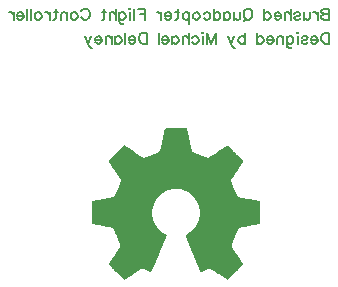
<source format=gbo>
G04 ---------------------------- Layer name :BOTTOM SILK LAYER*
G04 EasyEDA v5.5.12, Thu, 07 Jun 2018 12:22:22 GMT*
G04 1a2565b9f4c04a008b83b97b08c39867*
G04 Gerber Generator version 0.2*
G04 Scale: 100 percent, Rotated: No, Reflected: No *
G04 Dimensions in inches *
G04 leading zeros omitted , absolute positions ,2 integer and 4 decimal *
%FSLAX24Y24*%
%MOIN*%
G90*
G70D02*

%ADD42C,0.008000*%

%LPD*%

%LPD*%
G36*
G01X14868Y16734D02*
G01X14868Y16734D01*
G01X14868Y16734D01*
G01X14871Y16731D01*
G01X14874Y16724D01*
G01X14878Y16714D01*
G01X14883Y16700D01*
G01X14888Y16683D01*
G01X14893Y16663D01*
G01X14899Y16641D01*
G01X14905Y16616D01*
G01X14911Y16589D01*
G01X14918Y16560D01*
G01X14925Y16529D01*
G01X14932Y16496D01*
G01X14939Y16462D01*
G01X14946Y16426D01*
G01X14953Y16389D01*
G01X14961Y16352D01*
G01X14961Y16352D01*
G01X14968Y16314D01*
G01X14975Y16277D01*
G01X14982Y16242D01*
G01X14989Y16208D01*
G01X14995Y16175D01*
G01X15002Y16144D01*
G01X15008Y16115D01*
G01X15014Y16088D01*
G01X15020Y16063D01*
G01X15025Y16041D01*
G01X15029Y16021D01*
G01X15034Y16004D01*
G01X15037Y15991D01*
G01X15041Y15981D01*
G01X15043Y15974D01*
G01X15045Y15970D01*
G01X15045Y15970D01*
G01X15049Y15968D01*
G01X15058Y15963D01*
G01X15070Y15958D01*
G01X15086Y15950D01*
G01X15106Y15942D01*
G01X15128Y15932D01*
G01X15153Y15921D01*
G01X15181Y15910D01*
G01X15210Y15897D01*
G01X15241Y15884D01*
G01X15274Y15871D01*
G01X15308Y15857D01*
G01X15308Y15857D01*
G01X15341Y15843D01*
G01X15374Y15830D01*
G01X15405Y15818D01*
G01X15435Y15806D01*
G01X15463Y15796D01*
G01X15488Y15786D01*
G01X15511Y15777D01*
G01X15531Y15770D01*
G01X15548Y15764D01*
G01X15561Y15760D01*
G01X15570Y15757D01*
G01X15575Y15756D01*
G01X15575Y15756D01*
G01X15579Y15757D01*
G01X15585Y15761D01*
G01X15595Y15766D01*
G01X15607Y15773D01*
G01X15621Y15781D01*
G01X15637Y15791D01*
G01X15656Y15803D01*
G01X15677Y15816D01*
G01X15699Y15831D01*
G01X15723Y15847D01*
G01X15748Y15864D01*
G01X15775Y15882D01*
G01X15803Y15900D01*
G01X15832Y15920D01*
G01X15861Y15940D01*
G01X15892Y15961D01*
G01X15892Y15961D01*
G01X15922Y15982D01*
G01X15952Y16002D01*
G01X15981Y16022D01*
G01X16009Y16040D01*
G01X16036Y16058D01*
G01X16062Y16075D01*
G01X16087Y16091D01*
G01X16110Y16105D01*
G01X16131Y16119D01*
G01X16150Y16130D01*
G01X16168Y16141D01*
G01X16183Y16149D01*
G01X16196Y16156D01*
G01X16206Y16161D01*
G01X16214Y16164D01*
G01X16218Y16165D01*
G01X16218Y16165D01*
G01X16223Y16164D01*
G01X16229Y16160D01*
G01X16238Y16154D01*
G01X16250Y16146D01*
G01X16263Y16135D01*
G01X16278Y16123D01*
G01X16294Y16108D01*
G01X16313Y16092D01*
G01X16332Y16075D01*
G01X16353Y16056D01*
G01X16375Y16035D01*
G01X16398Y16013D01*
G01X16422Y15991D01*
G01X16446Y15967D01*
G01X16471Y15942D01*
G01X16497Y15917D01*
G01X16497Y15917D01*
G01X16522Y15891D01*
G01X16547Y15866D01*
G01X16570Y15842D01*
G01X16593Y15819D01*
G01X16615Y15796D01*
G01X16635Y15774D01*
G01X16654Y15754D01*
G01X16672Y15735D01*
G01X16688Y15717D01*
G01X16702Y15701D01*
G01X16715Y15687D01*
G01X16725Y15674D01*
G01X16734Y15664D01*
G01X16740Y15656D01*
G01X16744Y15650D01*
G01X16745Y15646D01*
G01X16745Y15646D01*
G01X16744Y15642D01*
G01X16741Y15636D01*
G01X16736Y15626D01*
G01X16729Y15614D01*
G01X16720Y15600D01*
G01X16710Y15583D01*
G01X16698Y15564D01*
G01X16685Y15543D01*
G01X16670Y15521D01*
G01X16655Y15497D01*
G01X16638Y15471D01*
G01X16620Y15444D01*
G01X16601Y15416D01*
G01X16581Y15387D01*
G01X16561Y15357D01*
G01X16540Y15327D01*
G01X16540Y15327D01*
G01X16520Y15297D01*
G01X16499Y15267D01*
G01X16480Y15238D01*
G01X16461Y15210D01*
G01X16443Y15183D01*
G01X16426Y15158D01*
G01X16411Y15134D01*
G01X16396Y15111D01*
G01X16383Y15090D01*
G01X16371Y15072D01*
G01X16361Y15055D01*
G01X16353Y15040D01*
G01X16346Y15028D01*
G01X16341Y15019D01*
G01X16338Y15012D01*
G01X16337Y15009D01*
G01X16337Y15009D01*
G01X16338Y15003D01*
G01X16341Y14994D01*
G01X16346Y14980D01*
G01X16353Y14962D01*
G01X16361Y14941D01*
G01X16371Y14916D01*
G01X16382Y14889D01*
G01X16394Y14860D01*
G01X16407Y14828D01*
G01X16421Y14795D01*
G01X16436Y14760D01*
G01X16451Y14724D01*
G01X16565Y14461D01*
G01X16893Y14397D01*
G01X16893Y14397D01*
G01X16927Y14391D01*
G01X16960Y14384D01*
G01X16993Y14378D01*
G01X17025Y14372D01*
G01X17055Y14366D01*
G01X17084Y14360D01*
G01X17112Y14355D01*
G01X17138Y14350D01*
G01X17163Y14345D01*
G01X17185Y14340D01*
G01X17205Y14336D01*
G01X17223Y14333D01*
G01X17238Y14330D01*
G01X17251Y14327D01*
G01X17260Y14325D01*
G01X17266Y14324D01*
G01X17266Y14324D01*
G01X17274Y14322D01*
G01X17280Y14320D01*
G01X17286Y14317D01*
G01X17291Y14313D01*
G01X17296Y14306D01*
G01X17299Y14297D01*
G01X17302Y14284D01*
G01X17304Y14268D01*
G01X17306Y14247D01*
G01X17307Y14222D01*
G01X17308Y14191D01*
G01X17309Y14155D01*
G01X17310Y14111D01*
G01X17310Y14061D01*
G01X17310Y14003D01*
G01X17310Y13937D01*
G01X17310Y13937D01*
G01X17310Y13876D01*
G01X17310Y13822D01*
G01X17309Y13774D01*
G01X17309Y13732D01*
G01X17308Y13696D01*
G01X17307Y13665D01*
G01X17306Y13639D01*
G01X17304Y13617D01*
G01X17302Y13599D01*
G01X17300Y13585D01*
G01X17297Y13574D01*
G01X17294Y13565D01*
G01X17290Y13558D01*
G01X17286Y13554D01*
G01X17281Y13551D01*
G01X17276Y13549D01*
G01X17276Y13549D01*
G01X17268Y13547D01*
G01X17256Y13544D01*
G01X17239Y13541D01*
G01X17219Y13537D01*
G01X17194Y13532D01*
G01X17166Y13527D01*
G01X17135Y13521D01*
G01X17101Y13515D01*
G01X17066Y13509D01*
G01X17028Y13502D01*
G01X16989Y13495D01*
G01X16949Y13488D01*
G01X16949Y13488D01*
G01X16910Y13481D01*
G01X16871Y13474D01*
G01X16833Y13467D01*
G01X16797Y13460D01*
G01X16763Y13454D01*
G01X16732Y13447D01*
G01X16703Y13442D01*
G01X16678Y13436D01*
G01X16656Y13431D01*
G01X16639Y13427D01*
G01X16626Y13424D01*
G01X16618Y13421D01*
G01X16618Y13421D01*
G01X16611Y13417D01*
G01X16603Y13409D01*
G01X16594Y13398D01*
G01X16584Y13383D01*
G01X16573Y13364D01*
G01X16561Y13342D01*
G01X16548Y13315D01*
G01X16534Y13285D01*
G01X16519Y13250D01*
G01X16502Y13211D01*
G01X16484Y13168D01*
G01X16465Y13120D01*
G01X16465Y13120D01*
G01X16450Y13081D01*
G01X16435Y13044D01*
G01X16422Y13007D01*
G01X16409Y12973D01*
G01X16398Y12941D01*
G01X16388Y12912D01*
G01X16379Y12885D01*
G01X16372Y12862D01*
G01X16366Y12843D01*
G01X16363Y12827D01*
G01X16361Y12817D01*
G01X16361Y12811D01*
G01X16361Y12811D01*
G01X16363Y12807D01*
G01X16367Y12800D01*
G01X16373Y12791D01*
G01X16380Y12780D01*
G01X16389Y12766D01*
G01X16399Y12751D01*
G01X16410Y12733D01*
G01X16423Y12714D01*
G01X16437Y12693D01*
G01X16452Y12671D01*
G01X16468Y12647D01*
G01X16485Y12622D01*
G01X16502Y12597D01*
G01X16520Y12570D01*
G01X16539Y12543D01*
G01X16558Y12515D01*
G01X16558Y12515D01*
G01X16583Y12478D01*
G01X16608Y12442D01*
G01X16631Y12408D01*
G01X16652Y12375D01*
G01X16672Y12345D01*
G01X16690Y12317D01*
G01X16706Y12292D01*
G01X16719Y12270D01*
G01X16730Y12252D01*
G01X16738Y12238D01*
G01X16743Y12228D01*
G01X16745Y12223D01*
G01X16745Y12223D01*
G01X16744Y12219D01*
G01X16740Y12213D01*
G01X16733Y12205D01*
G01X16724Y12194D01*
G01X16713Y12181D01*
G01X16700Y12167D01*
G01X16685Y12150D01*
G01X16669Y12132D01*
G01X16650Y12112D01*
G01X16630Y12091D01*
G01X16609Y12068D01*
G01X16586Y12045D01*
G01X16562Y12020D01*
G01X16537Y11995D01*
G01X16511Y11969D01*
G01X16485Y11943D01*
G01X16225Y11683D01*
G01X15936Y11880D01*
G01X15936Y11880D01*
G01X15907Y11900D01*
G01X15878Y11919D01*
G01X15850Y11938D01*
G01X15822Y11956D01*
G01X15796Y11973D01*
G01X15771Y11989D01*
G01X15748Y12004D01*
G01X15726Y12018D01*
G01X15706Y12031D01*
G01X15688Y12042D01*
G01X15671Y12052D01*
G01X15657Y12061D01*
G01X15645Y12067D01*
G01X15636Y12072D01*
G01X15630Y12075D01*
G01X15626Y12076D01*
G01X15626Y12076D01*
G01X15619Y12075D01*
G01X15607Y12071D01*
G01X15592Y12064D01*
G01X15573Y12056D01*
G01X15551Y12046D01*
G01X15527Y12034D01*
G01X15502Y12022D01*
G01X15476Y12008D01*
G01X15476Y12008D01*
G01X15442Y11990D01*
G01X15413Y11976D01*
G01X15389Y11966D01*
G01X15370Y11959D01*
G01X15355Y11956D01*
G01X15344Y11956D01*
G01X15335Y11958D01*
G01X15328Y11964D01*
G01X15328Y11964D01*
G01X15324Y11972D01*
G01X15317Y11983D01*
G01X15309Y11999D01*
G01X15300Y12018D01*
G01X15291Y12040D01*
G01X15280Y12064D01*
G01X15270Y12089D01*
G01X15259Y12115D01*
G01X15259Y12115D01*
G01X15255Y12125D01*
G01X15251Y12136D01*
G01X15245Y12150D01*
G01X15239Y12165D01*
G01X15232Y12181D01*
G01X15225Y12199D01*
G01X15217Y12219D01*
G01X15208Y12240D01*
G01X15199Y12262D01*
G01X15189Y12286D01*
G01X15179Y12310D01*
G01X15169Y12336D01*
G01X15158Y12362D01*
G01X15147Y12390D01*
G01X15135Y12418D01*
G01X15123Y12446D01*
G01X15111Y12476D01*
G01X15099Y12506D01*
G01X15086Y12536D01*
G01X15074Y12566D01*
G01X15061Y12597D01*
G01X15048Y12628D01*
G01X15035Y12659D01*
G01X15022Y12689D01*
G01X15022Y12689D01*
G01X15007Y12726D01*
G01X14992Y12762D01*
G01X14978Y12798D01*
G01X14964Y12832D01*
G01X14950Y12866D01*
G01X14937Y12898D01*
G01X14925Y12929D01*
G01X14913Y12959D01*
G01X14901Y12988D01*
G01X14891Y13014D01*
G01X14881Y13039D01*
G01X14872Y13063D01*
G01X14864Y13084D01*
G01X14857Y13103D01*
G01X14851Y13120D01*
G01X14846Y13134D01*
G01X14842Y13146D01*
G01X14839Y13156D01*
G01X14837Y13163D01*
G01X14837Y13167D01*
G01X14837Y13167D01*
G01X14843Y13182D01*
G01X14860Y13201D01*
G01X14886Y13223D01*
G01X14917Y13244D01*
G01X14917Y13244D01*
G01X14934Y13256D01*
G01X14955Y13271D01*
G01X14977Y13289D01*
G01X15000Y13308D01*
G01X15023Y13329D01*
G01X15046Y13351D01*
G01X15068Y13373D01*
G01X15088Y13394D01*
G01X15088Y13394D01*
G01X15108Y13416D01*
G01X15128Y13440D01*
G01X15147Y13465D01*
G01X15166Y13491D01*
G01X15184Y13517D01*
G01X15199Y13541D01*
G01X15213Y13564D01*
G01X15223Y13584D01*
G01X15223Y13584D01*
G01X15232Y13604D01*
G01X15241Y13627D01*
G01X15250Y13651D01*
G01X15259Y13677D01*
G01X15267Y13703D01*
G01X15275Y13728D01*
G01X15282Y13752D01*
G01X15287Y13774D01*
G01X15287Y13774D01*
G01X15291Y13798D01*
G01X15294Y13825D01*
G01X15297Y13854D01*
G01X15299Y13886D01*
G01X15299Y13918D01*
G01X15299Y13950D01*
G01X15298Y13982D01*
G01X15296Y14013D01*
G01X15296Y14013D01*
G01X15294Y14036D01*
G01X15291Y14059D01*
G01X15287Y14081D01*
G01X15283Y14103D01*
G01X15278Y14125D01*
G01X15272Y14146D01*
G01X15266Y14167D01*
G01X15259Y14188D01*
G01X15251Y14209D01*
G01X15243Y14230D01*
G01X15234Y14251D01*
G01X15224Y14272D01*
G01X15224Y14272D01*
G01X15215Y14289D01*
G01X15205Y14307D01*
G01X15194Y14326D01*
G01X15182Y14346D01*
G01X15168Y14366D01*
G01X15155Y14385D01*
G01X15141Y14405D01*
G01X15127Y14424D01*
G01X15113Y14442D01*
G01X15098Y14459D01*
G01X15085Y14475D01*
G01X15072Y14489D01*
G01X15072Y14489D01*
G01X15051Y14509D01*
G01X15028Y14530D01*
G01X15003Y14550D01*
G01X14978Y14570D01*
G01X14952Y14589D01*
G01X14927Y14606D01*
G01X14904Y14620D01*
G01X14883Y14632D01*
G01X14883Y14632D01*
G01X14862Y14642D01*
G01X14839Y14652D01*
G01X14814Y14662D01*
G01X14789Y14673D01*
G01X14763Y14682D01*
G01X14739Y14691D01*
G01X14716Y14698D01*
G01X14696Y14704D01*
G01X14696Y14704D01*
G01X14674Y14709D01*
G01X14649Y14713D01*
G01X14621Y14717D01*
G01X14590Y14719D01*
G01X14559Y14721D01*
G01X14526Y14722D01*
G01X14494Y14721D01*
G01X14462Y14720D01*
G01X14462Y14720D01*
G01X14441Y14718D01*
G01X14419Y14716D01*
G01X14397Y14713D01*
G01X14374Y14710D01*
G01X14351Y14706D01*
G01X14328Y14701D01*
G01X14306Y14696D01*
G01X14284Y14691D01*
G01X14263Y14686D01*
G01X14243Y14680D01*
G01X14224Y14674D01*
G01X14207Y14668D01*
G01X14207Y14668D01*
G01X14189Y14660D01*
G01X14170Y14651D01*
G01X14151Y14642D01*
G01X14132Y14631D01*
G01X14113Y14619D01*
G01X14093Y14607D01*
G01X14073Y14593D01*
G01X14054Y14579D01*
G01X14034Y14564D01*
G01X14015Y14548D01*
G01X13996Y14532D01*
G01X13977Y14515D01*
G01X13977Y14515D01*
G01X13959Y14498D01*
G01X13942Y14481D01*
G01X13925Y14463D01*
G01X13908Y14444D01*
G01X13892Y14425D01*
G01X13877Y14406D01*
G01X13862Y14387D01*
G01X13848Y14368D01*
G01X13835Y14349D01*
G01X13824Y14331D01*
G01X13813Y14314D01*
G01X13804Y14297D01*
G01X13804Y14297D01*
G01X13793Y14273D01*
G01X13781Y14246D01*
G01X13770Y14217D01*
G01X13759Y14187D01*
G01X13749Y14156D01*
G01X13739Y14126D01*
G01X13732Y14098D01*
G01X13726Y14073D01*
G01X13726Y14073D01*
G01X13721Y14047D01*
G01X13717Y14019D01*
G01X13714Y13990D01*
G01X13712Y13961D01*
G01X13711Y13931D01*
G01X13711Y13903D01*
G01X13712Y13877D01*
G01X13714Y13853D01*
G01X13714Y13853D01*
G01X13717Y13831D01*
G01X13721Y13806D01*
G01X13727Y13780D01*
G01X13733Y13753D01*
G01X13740Y13726D01*
G01X13747Y13701D01*
G01X13754Y13677D01*
G01X13762Y13656D01*
G01X13762Y13656D01*
G01X13770Y13635D01*
G01X13781Y13612D01*
G01X13793Y13588D01*
G01X13806Y13563D01*
G01X13819Y13538D01*
G01X13833Y13514D01*
G01X13847Y13491D01*
G01X13860Y13471D01*
G01X13860Y13471D01*
G01X13875Y13451D01*
G01X13892Y13430D01*
G01X13911Y13407D01*
G01X13932Y13385D01*
G01X13953Y13363D01*
G01X13974Y13342D01*
G01X13995Y13323D01*
G01X14015Y13307D01*
G01X14015Y13307D01*
G01X14034Y13292D01*
G01X14054Y13277D01*
G01X14074Y13262D01*
G01X14093Y13247D01*
G01X14111Y13234D01*
G01X14127Y13223D01*
G01X14140Y13213D01*
G01X14151Y13205D01*
G01X14195Y13176D01*
G01X13942Y12565D01*
G01X13942Y12565D01*
G01X13927Y12529D01*
G01X13912Y12494D01*
G01X13898Y12459D01*
G01X13883Y12425D01*
G01X13869Y12392D01*
G01X13856Y12359D01*
G01X13842Y12327D01*
G01X13829Y12296D01*
G01X13817Y12266D01*
G01X13804Y12236D01*
G01X13792Y12208D01*
G01X13781Y12181D01*
G01X13770Y12155D01*
G01X13760Y12131D01*
G01X13750Y12107D01*
G01X13740Y12085D01*
G01X13731Y12064D01*
G01X13723Y12045D01*
G01X13715Y12027D01*
G01X13708Y12011D01*
G01X13702Y11996D01*
G01X13696Y11983D01*
G01X13691Y11972D01*
G01X13687Y11963D01*
G01X13684Y11955D01*
G01X13681Y11950D01*
G01X13679Y11946D01*
G01X13678Y11944D01*
G01X13678Y11944D01*
G01X13674Y11944D01*
G01X13665Y11946D01*
G01X13651Y11951D01*
G01X13634Y11959D01*
G01X13614Y11968D01*
G01X13591Y11979D01*
G01X13567Y11992D01*
G01X13541Y12006D01*
G01X13541Y12006D01*
G01X13515Y12020D01*
G01X13489Y12033D01*
G01X13465Y12045D01*
G01X13443Y12055D01*
G01X13423Y12064D01*
G01X13407Y12070D01*
G01X13395Y12075D01*
G01X13387Y12076D01*
G01X13387Y12076D01*
G01X13371Y12072D01*
G01X13347Y12060D01*
G01X13317Y12043D01*
G01X13285Y12022D01*
G01X13285Y12022D01*
G01X13273Y12013D01*
G01X13258Y12002D01*
G01X13239Y11989D01*
G01X13218Y11974D01*
G01X13195Y11958D01*
G01X13170Y11941D01*
G01X13143Y11922D01*
G01X13116Y11903D01*
G01X13087Y11883D01*
G01X13058Y11863D01*
G01X13028Y11843D01*
G01X12999Y11823D01*
G01X12789Y11679D01*
G01X12527Y11941D01*
G01X12527Y11941D01*
G01X12500Y11967D01*
G01X12474Y11994D01*
G01X12449Y12019D01*
G01X12425Y12043D01*
G01X12402Y12067D01*
G01X12381Y12089D01*
G01X12360Y12110D01*
G01X12342Y12130D01*
G01X12325Y12148D01*
G01X12310Y12164D01*
G01X12296Y12179D01*
G01X12285Y12191D01*
G01X12277Y12202D01*
G01X12270Y12210D01*
G01X12266Y12215D01*
G01X12265Y12218D01*
G01X12265Y12218D01*
G01X12266Y12221D01*
G01X12269Y12227D01*
G01X12274Y12236D01*
G01X12280Y12247D01*
G01X12288Y12260D01*
G01X12298Y12276D01*
G01X12309Y12294D01*
G01X12322Y12313D01*
G01X12336Y12335D01*
G01X12351Y12357D01*
G01X12367Y12382D01*
G01X12384Y12407D01*
G01X12402Y12434D01*
G01X12420Y12461D01*
G01X12440Y12490D01*
G01X12460Y12519D01*
G01X12460Y12519D01*
G01X12479Y12548D01*
G01X12499Y12577D01*
G01X12517Y12604D01*
G01X12535Y12631D01*
G01X12552Y12657D01*
G01X12568Y12682D01*
G01X12583Y12706D01*
G01X12597Y12727D01*
G01X12610Y12748D01*
G01X12621Y12766D01*
G01X12631Y12782D01*
G01X12639Y12797D01*
G01X12646Y12809D01*
G01X12650Y12818D01*
G01X12653Y12825D01*
G01X12654Y12829D01*
G01X12654Y12829D01*
G01X12653Y12835D01*
G01X12650Y12846D01*
G01X12646Y12861D01*
G01X12639Y12880D01*
G01X12631Y12902D01*
G01X12622Y12928D01*
G01X12612Y12956D01*
G01X12600Y12987D01*
G01X12587Y13021D01*
G01X12574Y13055D01*
G01X12559Y13092D01*
G01X12545Y13129D01*
G01X12545Y13129D01*
G01X12525Y13177D01*
G01X12508Y13219D01*
G01X12491Y13257D01*
G01X12477Y13291D01*
G01X12463Y13320D01*
G01X12450Y13345D01*
G01X12439Y13366D01*
G01X12428Y13384D01*
G01X12419Y13398D01*
G01X12410Y13408D01*
G01X12401Y13416D01*
G01X12394Y13420D01*
G01X12394Y13420D01*
G01X12385Y13423D01*
G01X12373Y13426D01*
G01X12355Y13430D01*
G01X12334Y13435D01*
G01X12309Y13441D01*
G01X12282Y13447D01*
G01X12251Y13453D01*
G01X12218Y13459D01*
G01X12183Y13466D01*
G01X12146Y13473D01*
G01X12109Y13480D01*
G01X12070Y13487D01*
G01X12070Y13487D01*
G01X12031Y13494D01*
G01X11994Y13501D01*
G01X11957Y13507D01*
G01X11922Y13514D01*
G01X11888Y13520D01*
G01X11858Y13525D01*
G01X11829Y13531D01*
G01X11804Y13535D01*
G01X11783Y13539D01*
G01X11765Y13543D01*
G01X11752Y13545D01*
G01X11744Y13547D01*
G01X11744Y13547D01*
G01X11736Y13549D01*
G01X11729Y13551D01*
G01X11723Y13554D01*
G01X11718Y13559D01*
G01X11714Y13565D01*
G01X11711Y13575D01*
G01X11708Y13587D01*
G01X11705Y13604D01*
G01X11704Y13624D01*
G01X11702Y13650D01*
G01X11701Y13680D01*
G01X11701Y13717D01*
G01X11700Y13761D01*
G01X11700Y13811D01*
G01X11700Y13870D01*
G01X11700Y13936D01*
G01X11700Y13936D01*
G01X11700Y13975D01*
G01X11700Y14012D01*
G01X11700Y14049D01*
G01X11700Y14083D01*
G01X11700Y14117D01*
G01X11701Y14148D01*
G01X11701Y14177D01*
G01X11701Y14204D01*
G01X11702Y14229D01*
G01X11702Y14250D01*
G01X11702Y14270D01*
G01X11703Y14286D01*
G01X11703Y14298D01*
G01X11704Y14308D01*
G01X11704Y14314D01*
G01X11705Y14315D01*
G01X11705Y14315D01*
G01X11707Y14316D01*
G01X11713Y14317D01*
G01X11722Y14319D01*
G01X11735Y14321D01*
G01X11750Y14324D01*
G01X11769Y14327D01*
G01X11790Y14331D01*
G01X11813Y14335D01*
G01X11839Y14340D01*
G01X11867Y14345D01*
G01X11897Y14351D01*
G01X11928Y14357D01*
G01X11961Y14363D01*
G01X11996Y14369D01*
G01X12031Y14376D01*
G01X12068Y14383D01*
G01X12068Y14383D01*
G01X12105Y14390D01*
G01X12140Y14396D01*
G01X12175Y14403D01*
G01X12208Y14410D01*
G01X12240Y14416D01*
G01X12271Y14423D01*
G01X12299Y14429D01*
G01X12325Y14435D01*
G01X12350Y14440D01*
G01X12372Y14445D01*
G01X12391Y14450D01*
G01X12407Y14454D01*
G01X12421Y14458D01*
G01X12431Y14461D01*
G01X12438Y14463D01*
G01X12441Y14465D01*
G01X12441Y14465D01*
G01X12444Y14470D01*
G01X12449Y14478D01*
G01X12456Y14491D01*
G01X12464Y14507D01*
G01X12473Y14527D01*
G01X12484Y14550D01*
G01X12496Y14575D01*
G01X12508Y14603D01*
G01X12522Y14633D01*
G01X12536Y14664D01*
G01X12550Y14697D01*
G01X12565Y14731D01*
G01X12565Y14731D01*
G01X12580Y14765D01*
G01X12594Y14798D01*
G01X12607Y14830D01*
G01X12620Y14861D01*
G01X12631Y14889D01*
G01X12642Y14916D01*
G01X12651Y14940D01*
G01X12659Y14961D01*
G01X12665Y14978D01*
G01X12670Y14993D01*
G01X12673Y15003D01*
G01X12674Y15009D01*
G01X12674Y15009D01*
G01X12673Y15014D01*
G01X12670Y15021D01*
G01X12665Y15031D01*
G01X12658Y15044D01*
G01X12649Y15059D01*
G01X12639Y15077D01*
G01X12627Y15096D01*
G01X12614Y15118D01*
G01X12599Y15141D01*
G01X12583Y15165D01*
G01X12567Y15192D01*
G01X12549Y15219D01*
G01X12530Y15247D01*
G01X12510Y15277D01*
G01X12490Y15307D01*
G01X12469Y15337D01*
G01X12469Y15337D01*
G01X12448Y15368D01*
G01X12428Y15398D01*
G01X12409Y15427D01*
G01X12390Y15455D01*
G01X12372Y15482D01*
G01X12355Y15507D01*
G01X12339Y15531D01*
G01X12325Y15554D01*
G01X12312Y15574D01*
G01X12300Y15593D01*
G01X12290Y15609D01*
G01X12281Y15623D01*
G01X12274Y15635D01*
G01X12269Y15644D01*
G01X12266Y15650D01*
G01X12265Y15654D01*
G01X12265Y15654D01*
G01X12266Y15657D01*
G01X12270Y15662D01*
G01X12277Y15670D01*
G01X12285Y15681D01*
G01X12296Y15693D01*
G01X12310Y15708D01*
G01X12325Y15724D01*
G01X12342Y15742D01*
G01X12360Y15761D01*
G01X12380Y15782D01*
G01X12402Y15805D01*
G01X12425Y15828D01*
G01X12449Y15852D01*
G01X12474Y15877D01*
G01X12500Y15903D01*
G01X12527Y15930D01*
G01X12788Y16189D01*
G01X13092Y15982D01*
G01X13092Y15982D01*
G01X13123Y15960D01*
G01X13154Y15940D01*
G01X13183Y15920D01*
G01X13212Y15900D01*
G01X13240Y15882D01*
G01X13266Y15864D01*
G01X13291Y15847D01*
G01X13315Y15832D01*
G01X13337Y15818D01*
G01X13356Y15805D01*
G01X13374Y15794D01*
G01X13389Y15784D01*
G01X13402Y15776D01*
G01X13412Y15770D01*
G01X13420Y15766D01*
G01X13424Y15763D01*
G01X13424Y15763D01*
G01X13430Y15763D01*
G01X13440Y15764D01*
G01X13455Y15767D01*
G01X13472Y15772D01*
G01X13493Y15778D01*
G01X13517Y15786D01*
G01X13543Y15795D01*
G01X13572Y15805D01*
G01X13602Y15816D01*
G01X13634Y15828D01*
G01X13667Y15841D01*
G01X13701Y15854D01*
G01X13701Y15854D01*
G01X13735Y15868D01*
G01X13768Y15882D01*
G01X13799Y15896D01*
G01X13829Y15909D01*
G01X13857Y15922D01*
G01X13883Y15934D01*
G01X13906Y15945D01*
G01X13926Y15955D01*
G01X13943Y15964D01*
G01X13956Y15971D01*
G01X13965Y15977D01*
G01X13970Y15981D01*
G01X13970Y15981D01*
G01X13972Y15986D01*
G01X13975Y15993D01*
G01X13979Y16004D01*
G01X13983Y16018D01*
G01X13988Y16035D01*
G01X13993Y16055D01*
G01X13998Y16077D01*
G01X14004Y16101D01*
G01X14009Y16127D01*
G01X14016Y16155D01*
G01X14022Y16185D01*
G01X14029Y16217D01*
G01X14035Y16249D01*
G01X14042Y16283D01*
G01X14049Y16318D01*
G01X14055Y16354D01*
G01X14055Y16354D01*
G01X14062Y16389D01*
G01X14069Y16424D01*
G01X14075Y16458D01*
G01X14082Y16490D01*
G01X14088Y16522D01*
G01X14095Y16552D01*
G01X14101Y16580D01*
G01X14107Y16606D01*
G01X14112Y16630D01*
G01X14118Y16652D01*
G01X14122Y16672D01*
G01X14127Y16688D01*
G01X14131Y16702D01*
G01X14134Y16713D01*
G01X14137Y16721D01*
G01X14140Y16725D01*
G01X14140Y16725D01*
G01X14143Y16728D01*
G01X14149Y16731D01*
G01X14157Y16734D01*
G01X14167Y16737D01*
G01X14179Y16739D01*
G01X14194Y16741D01*
G01X14212Y16742D01*
G01X14232Y16744D01*
G01X14255Y16745D01*
G01X14281Y16746D01*
G01X14310Y16747D01*
G01X14342Y16748D01*
G01X14377Y16749D01*
G01X14415Y16749D01*
G01X14457Y16749D01*
G01X14502Y16749D01*
G01X14502Y16749D01*
G01X14537Y16749D01*
G01X14572Y16749D01*
G01X14605Y16749D01*
G01X14637Y16748D01*
G01X14668Y16747D01*
G01X14698Y16747D01*
G01X14726Y16746D01*
G01X14752Y16745D01*
G01X14775Y16744D01*
G01X14797Y16743D01*
G01X14816Y16741D01*
G01X14833Y16740D01*
G01X14846Y16739D01*
G01X14857Y16737D01*
G01X14864Y16736D01*
G01X14868Y16734D01*
G37*

%LPD*%
G54D42*
G01X19611Y20731D02*
G01X19611Y20350D01*
G01X19611Y20731D02*
G01X19448Y20731D01*
G01X19393Y20713D01*
G01X19375Y20695D01*
G01X19357Y20659D01*
G01X19357Y20622D01*
G01X19375Y20586D01*
G01X19393Y20568D01*
G01X19448Y20550D01*
G01X19611Y20550D02*
G01X19448Y20550D01*
G01X19393Y20531D01*
G01X19375Y20513D01*
G01X19357Y20477D01*
G01X19357Y20422D01*
G01X19375Y20386D01*
G01X19393Y20368D01*
G01X19448Y20350D01*
G01X19611Y20350D01*
G01X19237Y20604D02*
G01X19237Y20350D01*
G01X19237Y20495D02*
G01X19219Y20550D01*
G01X19182Y20586D01*
G01X19146Y20604D01*
G01X19091Y20604D01*
G01X18971Y20604D02*
G01X18971Y20422D01*
G01X18953Y20368D01*
G01X18917Y20350D01*
G01X18862Y20350D01*
G01X18826Y20368D01*
G01X18771Y20422D01*
G01X18771Y20604D02*
G01X18771Y20350D01*
G01X18451Y20550D02*
G01X18469Y20586D01*
G01X18524Y20604D01*
G01X18579Y20604D01*
G01X18633Y20586D01*
G01X18651Y20550D01*
G01X18633Y20513D01*
G01X18597Y20495D01*
G01X18506Y20477D01*
G01X18469Y20459D01*
G01X18451Y20422D01*
G01X18451Y20404D01*
G01X18469Y20368D01*
G01X18524Y20350D01*
G01X18579Y20350D01*
G01X18633Y20368D01*
G01X18651Y20404D01*
G01X18331Y20731D02*
G01X18331Y20350D01*
G01X18331Y20531D02*
G01X18277Y20586D01*
G01X18240Y20604D01*
G01X18186Y20604D01*
G01X18150Y20586D01*
G01X18131Y20531D01*
G01X18131Y20350D01*
G01X18011Y20495D02*
G01X17793Y20495D01*
G01X17793Y20531D01*
G01X17811Y20568D01*
G01X17830Y20586D01*
G01X17866Y20604D01*
G01X17920Y20604D01*
G01X17957Y20586D01*
G01X17993Y20550D01*
G01X18011Y20495D01*
G01X18011Y20459D01*
G01X17993Y20404D01*
G01X17957Y20368D01*
G01X17920Y20350D01*
G01X17866Y20350D01*
G01X17830Y20368D01*
G01X17793Y20404D01*
G01X17455Y20731D02*
G01X17455Y20350D01*
G01X17455Y20550D02*
G01X17491Y20586D01*
G01X17528Y20604D01*
G01X17582Y20604D01*
G01X17619Y20586D01*
G01X17655Y20550D01*
G01X17673Y20495D01*
G01X17673Y20459D01*
G01X17655Y20404D01*
G01X17619Y20368D01*
G01X17582Y20350D01*
G01X17528Y20350D01*
G01X17491Y20368D01*
G01X17455Y20404D01*
G01X16946Y20731D02*
G01X16982Y20713D01*
G01X17019Y20677D01*
G01X17037Y20640D01*
G01X17055Y20586D01*
G01X17055Y20495D01*
G01X17037Y20440D01*
G01X17019Y20404D01*
G01X16982Y20368D01*
G01X16946Y20350D01*
G01X16873Y20350D01*
G01X16837Y20368D01*
G01X16800Y20404D01*
G01X16782Y20440D01*
G01X16764Y20495D01*
G01X16764Y20586D01*
G01X16782Y20640D01*
G01X16800Y20677D01*
G01X16837Y20713D01*
G01X16873Y20731D01*
G01X16946Y20731D01*
G01X16891Y20422D02*
G01X16782Y20313D01*
G01X16644Y20604D02*
G01X16644Y20422D01*
G01X16626Y20368D01*
G01X16589Y20350D01*
G01X16535Y20350D01*
G01X16499Y20368D01*
G01X16444Y20422D01*
G01X16444Y20604D02*
G01X16444Y20350D01*
G01X16106Y20604D02*
G01X16106Y20350D01*
G01X16106Y20550D02*
G01X16142Y20586D01*
G01X16179Y20604D01*
G01X16233Y20604D01*
G01X16269Y20586D01*
G01X16306Y20550D01*
G01X16324Y20495D01*
G01X16324Y20459D01*
G01X16306Y20404D01*
G01X16269Y20368D01*
G01X16233Y20350D01*
G01X16179Y20350D01*
G01X16142Y20368D01*
G01X16106Y20404D01*
G01X15768Y20731D02*
G01X15768Y20350D01*
G01X15768Y20550D02*
G01X15804Y20586D01*
G01X15840Y20604D01*
G01X15895Y20604D01*
G01X15931Y20586D01*
G01X15968Y20550D01*
G01X15986Y20495D01*
G01X15986Y20459D01*
G01X15968Y20404D01*
G01X15931Y20368D01*
G01X15895Y20350D01*
G01X15840Y20350D01*
G01X15804Y20368D01*
G01X15768Y20404D01*
G01X15430Y20550D02*
G01X15466Y20586D01*
G01X15502Y20604D01*
G01X15557Y20604D01*
G01X15593Y20586D01*
G01X15630Y20550D01*
G01X15648Y20495D01*
G01X15648Y20459D01*
G01X15630Y20404D01*
G01X15593Y20368D01*
G01X15557Y20350D01*
G01X15502Y20350D01*
G01X15466Y20368D01*
G01X15430Y20404D01*
G01X15219Y20604D02*
G01X15255Y20586D01*
G01X15291Y20550D01*
G01X15310Y20495D01*
G01X15310Y20459D01*
G01X15291Y20404D01*
G01X15255Y20368D01*
G01X15219Y20350D01*
G01X15164Y20350D01*
G01X15128Y20368D01*
G01X15091Y20404D01*
G01X15073Y20459D01*
G01X15073Y20495D01*
G01X15091Y20550D01*
G01X15128Y20586D01*
G01X15164Y20604D01*
G01X15219Y20604D01*
G01X14953Y20604D02*
G01X14953Y20222D01*
G01X14953Y20550D02*
G01X14917Y20586D01*
G01X14880Y20604D01*
G01X14826Y20604D01*
G01X14789Y20586D01*
G01X14753Y20550D01*
G01X14735Y20495D01*
G01X14735Y20459D01*
G01X14753Y20404D01*
G01X14789Y20368D01*
G01X14826Y20350D01*
G01X14880Y20350D01*
G01X14917Y20368D01*
G01X14953Y20404D01*
G01X14560Y20731D02*
G01X14560Y20422D01*
G01X14542Y20368D01*
G01X14506Y20350D01*
G01X14469Y20350D01*
G01X14615Y20604D02*
G01X14488Y20604D01*
G01X14350Y20495D02*
G01X14131Y20495D01*
G01X14131Y20531D01*
G01X14150Y20568D01*
G01X14168Y20586D01*
G01X14204Y20604D01*
G01X14259Y20604D01*
G01X14295Y20586D01*
G01X14331Y20550D01*
G01X14350Y20495D01*
G01X14350Y20459D01*
G01X14331Y20404D01*
G01X14295Y20368D01*
G01X14259Y20350D01*
G01X14204Y20350D01*
G01X14168Y20368D01*
G01X14131Y20404D01*
G01X14011Y20604D02*
G01X14011Y20350D01*
G01X14011Y20495D02*
G01X13993Y20550D01*
G01X13957Y20586D01*
G01X13920Y20604D01*
G01X13866Y20604D01*
G01X13466Y20731D02*
G01X13466Y20350D01*
G01X13466Y20731D02*
G01X13230Y20731D01*
G01X13466Y20550D02*
G01X13320Y20550D01*
G01X13110Y20731D02*
G01X13110Y20350D01*
G01X12989Y20731D02*
G01X12971Y20713D01*
G01X12953Y20731D01*
G01X12971Y20750D01*
G01X12989Y20731D01*
G01X12971Y20604D02*
G01X12971Y20350D01*
G01X12615Y20604D02*
G01X12615Y20313D01*
G01X12633Y20259D01*
G01X12651Y20240D01*
G01X12688Y20222D01*
G01X12742Y20222D01*
G01X12779Y20240D01*
G01X12615Y20550D02*
G01X12651Y20586D01*
G01X12688Y20604D01*
G01X12742Y20604D01*
G01X12779Y20586D01*
G01X12815Y20550D01*
G01X12833Y20495D01*
G01X12833Y20459D01*
G01X12815Y20404D01*
G01X12779Y20368D01*
G01X12742Y20350D01*
G01X12688Y20350D01*
G01X12651Y20368D01*
G01X12615Y20404D01*
G01X12495Y20731D02*
G01X12495Y20350D01*
G01X12495Y20531D02*
G01X12440Y20586D01*
G01X12404Y20604D01*
G01X12350Y20604D01*
G01X12313Y20586D01*
G01X12295Y20531D01*
G01X12295Y20350D01*
G01X12120Y20731D02*
G01X12120Y20422D01*
G01X12102Y20368D01*
G01X12066Y20350D01*
G01X12030Y20350D01*
G01X12175Y20604D02*
G01X12048Y20604D01*
G01X11357Y20640D02*
G01X11375Y20677D01*
G01X11411Y20713D01*
G01X11448Y20731D01*
G01X11520Y20731D01*
G01X11557Y20713D01*
G01X11593Y20677D01*
G01X11611Y20640D01*
G01X11630Y20586D01*
G01X11630Y20495D01*
G01X11611Y20440D01*
G01X11593Y20404D01*
G01X11557Y20368D01*
G01X11520Y20350D01*
G01X11448Y20350D01*
G01X11411Y20368D01*
G01X11375Y20404D01*
G01X11357Y20440D01*
G01X11146Y20604D02*
G01X11182Y20586D01*
G01X11219Y20550D01*
G01X11237Y20495D01*
G01X11237Y20459D01*
G01X11219Y20404D01*
G01X11182Y20368D01*
G01X11146Y20350D01*
G01X11091Y20350D01*
G01X11055Y20368D01*
G01X11019Y20404D01*
G01X11000Y20459D01*
G01X11000Y20495D01*
G01X11019Y20550D01*
G01X11055Y20586D01*
G01X11091Y20604D01*
G01X11146Y20604D01*
G01X10880Y20604D02*
G01X10880Y20350D01*
G01X10880Y20531D02*
G01X10826Y20586D01*
G01X10789Y20604D01*
G01X10735Y20604D01*
G01X10699Y20586D01*
G01X10680Y20531D01*
G01X10680Y20350D01*
G01X10506Y20731D02*
G01X10506Y20422D01*
G01X10488Y20368D01*
G01X10451Y20350D01*
G01X10415Y20350D01*
G01X10560Y20604D02*
G01X10433Y20604D01*
G01X10295Y20604D02*
G01X10295Y20350D01*
G01X10295Y20495D02*
G01X10277Y20550D01*
G01X10240Y20586D01*
G01X10204Y20604D01*
G01X10150Y20604D01*
G01X9939Y20604D02*
G01X9975Y20586D01*
G01X10011Y20550D01*
G01X10030Y20495D01*
G01X10030Y20459D01*
G01X10011Y20404D01*
G01X9975Y20368D01*
G01X9939Y20350D01*
G01X9884Y20350D01*
G01X9848Y20368D01*
G01X9811Y20404D01*
G01X9793Y20459D01*
G01X9793Y20495D01*
G01X9811Y20550D01*
G01X9848Y20586D01*
G01X9884Y20604D01*
G01X9939Y20604D01*
G01X9673Y20731D02*
G01X9673Y20350D01*
G01X9553Y20731D02*
G01X9553Y20350D01*
G01X9433Y20495D02*
G01X9215Y20495D01*
G01X9215Y20531D01*
G01X9233Y20568D01*
G01X9251Y20586D01*
G01X9288Y20604D01*
G01X9342Y20604D01*
G01X9379Y20586D01*
G01X9415Y20550D01*
G01X9433Y20495D01*
G01X9433Y20459D01*
G01X9415Y20404D01*
G01X9379Y20368D01*
G01X9342Y20350D01*
G01X9288Y20350D01*
G01X9251Y20368D01*
G01X9215Y20404D01*
G01X9095Y20604D02*
G01X9095Y20350D01*
G01X9095Y20495D02*
G01X9077Y20550D01*
G01X9040Y20586D01*
G01X9004Y20604D01*
G01X8950Y20604D01*
G01X19611Y19931D02*
G01X19611Y19550D01*
G01X19611Y19931D02*
G01X19484Y19931D01*
G01X19430Y19913D01*
G01X19393Y19877D01*
G01X19375Y19840D01*
G01X19357Y19786D01*
G01X19357Y19695D01*
G01X19375Y19640D01*
G01X19393Y19604D01*
G01X19430Y19568D01*
G01X19484Y19550D01*
G01X19611Y19550D01*
G01X19237Y19695D02*
G01X19019Y19695D01*
G01X19019Y19731D01*
G01X19037Y19768D01*
G01X19055Y19786D01*
G01X19091Y19804D01*
G01X19146Y19804D01*
G01X19182Y19786D01*
G01X19219Y19750D01*
G01X19237Y19695D01*
G01X19237Y19659D01*
G01X19219Y19604D01*
G01X19182Y19568D01*
G01X19146Y19550D01*
G01X19091Y19550D01*
G01X19055Y19568D01*
G01X19019Y19604D01*
G01X18699Y19750D02*
G01X18717Y19786D01*
G01X18771Y19804D01*
G01X18826Y19804D01*
G01X18880Y19786D01*
G01X18899Y19750D01*
G01X18880Y19713D01*
G01X18844Y19695D01*
G01X18753Y19677D01*
G01X18717Y19659D01*
G01X18699Y19622D01*
G01X18699Y19604D01*
G01X18717Y19568D01*
G01X18771Y19550D01*
G01X18826Y19550D01*
G01X18880Y19568D01*
G01X18899Y19604D01*
G01X18579Y19931D02*
G01X18560Y19913D01*
G01X18542Y19931D01*
G01X18560Y19950D01*
G01X18579Y19931D01*
G01X18560Y19804D02*
G01X18560Y19550D01*
G01X18204Y19804D02*
G01X18204Y19513D01*
G01X18222Y19459D01*
G01X18240Y19440D01*
G01X18277Y19422D01*
G01X18331Y19422D01*
G01X18368Y19440D01*
G01X18204Y19750D02*
G01X18240Y19786D01*
G01X18277Y19804D01*
G01X18331Y19804D01*
G01X18368Y19786D01*
G01X18404Y19750D01*
G01X18422Y19695D01*
G01X18422Y19659D01*
G01X18404Y19604D01*
G01X18368Y19568D01*
G01X18331Y19550D01*
G01X18277Y19550D01*
G01X18240Y19568D01*
G01X18204Y19604D01*
G01X18084Y19804D02*
G01X18084Y19550D01*
G01X18084Y19731D02*
G01X18030Y19786D01*
G01X17993Y19804D01*
G01X17939Y19804D01*
G01X17902Y19786D01*
G01X17884Y19731D01*
G01X17884Y19550D01*
G01X17764Y19695D02*
G01X17546Y19695D01*
G01X17546Y19731D01*
G01X17564Y19768D01*
G01X17582Y19786D01*
G01X17619Y19804D01*
G01X17673Y19804D01*
G01X17710Y19786D01*
G01X17746Y19750D01*
G01X17764Y19695D01*
G01X17764Y19659D01*
G01X17746Y19604D01*
G01X17710Y19568D01*
G01X17673Y19550D01*
G01X17619Y19550D01*
G01X17582Y19568D01*
G01X17546Y19604D01*
G01X17208Y19931D02*
G01X17208Y19550D01*
G01X17208Y19750D02*
G01X17244Y19786D01*
G01X17280Y19804D01*
G01X17335Y19804D01*
G01X17371Y19786D01*
G01X17408Y19750D01*
G01X17426Y19695D01*
G01X17426Y19659D01*
G01X17408Y19604D01*
G01X17371Y19568D01*
G01X17335Y19550D01*
G01X17280Y19550D01*
G01X17244Y19568D01*
G01X17208Y19604D01*
G01X16808Y19931D02*
G01X16808Y19550D01*
G01X16808Y19750D02*
G01X16771Y19786D01*
G01X16735Y19804D01*
G01X16680Y19804D01*
G01X16644Y19786D01*
G01X16608Y19750D01*
G01X16589Y19695D01*
G01X16589Y19659D01*
G01X16608Y19604D01*
G01X16644Y19568D01*
G01X16680Y19550D01*
G01X16735Y19550D01*
G01X16771Y19568D01*
G01X16808Y19604D01*
G01X16451Y19804D02*
G01X16342Y19550D01*
G01X16233Y19804D02*
G01X16342Y19550D01*
G01X16379Y19477D01*
G01X16415Y19440D01*
G01X16451Y19422D01*
G01X16469Y19422D01*
G01X15833Y19931D02*
G01X15833Y19550D01*
G01X15833Y19931D02*
G01X15688Y19550D01*
G01X15542Y19931D02*
G01X15688Y19550D01*
G01X15542Y19931D02*
G01X15542Y19550D01*
G01X15422Y19931D02*
G01X15404Y19913D01*
G01X15386Y19931D01*
G01X15404Y19950D01*
G01X15422Y19931D01*
G01X15404Y19804D02*
G01X15404Y19550D01*
G01X15048Y19750D02*
G01X15084Y19786D01*
G01X15120Y19804D01*
G01X15175Y19804D01*
G01X15211Y19786D01*
G01X15248Y19750D01*
G01X15266Y19695D01*
G01X15266Y19659D01*
G01X15248Y19604D01*
G01X15211Y19568D01*
G01X15175Y19550D01*
G01X15120Y19550D01*
G01X15084Y19568D01*
G01X15048Y19604D01*
G01X14928Y19931D02*
G01X14928Y19550D01*
G01X14928Y19731D02*
G01X14873Y19786D01*
G01X14837Y19804D01*
G01X14782Y19804D01*
G01X14746Y19786D01*
G01X14728Y19731D01*
G01X14728Y19550D01*
G01X14389Y19804D02*
G01X14389Y19550D01*
G01X14389Y19750D02*
G01X14426Y19786D01*
G01X14462Y19804D01*
G01X14517Y19804D01*
G01X14553Y19786D01*
G01X14589Y19750D01*
G01X14608Y19695D01*
G01X14608Y19659D01*
G01X14589Y19604D01*
G01X14553Y19568D01*
G01X14517Y19550D01*
G01X14462Y19550D01*
G01X14426Y19568D01*
G01X14389Y19604D01*
G01X14269Y19695D02*
G01X14051Y19695D01*
G01X14051Y19731D01*
G01X14069Y19768D01*
G01X14088Y19786D01*
G01X14124Y19804D01*
G01X14179Y19804D01*
G01X14215Y19786D01*
G01X14251Y19750D01*
G01X14269Y19695D01*
G01X14269Y19659D01*
G01X14251Y19604D01*
G01X14215Y19568D01*
G01X14179Y19550D01*
G01X14124Y19550D01*
G01X14088Y19568D01*
G01X14051Y19604D01*
G01X13931Y19931D02*
G01X13931Y19550D01*
G01X13531Y19931D02*
G01X13531Y19550D01*
G01X13531Y19931D02*
G01X13404Y19931D01*
G01X13350Y19913D01*
G01X13313Y19877D01*
G01X13295Y19840D01*
G01X13277Y19786D01*
G01X13277Y19695D01*
G01X13295Y19640D01*
G01X13313Y19604D01*
G01X13350Y19568D01*
G01X13404Y19550D01*
G01X13531Y19550D01*
G01X13157Y19695D02*
G01X12939Y19695D01*
G01X12939Y19731D01*
G01X12957Y19768D01*
G01X12975Y19786D01*
G01X13011Y19804D01*
G01X13066Y19804D01*
G01X13102Y19786D01*
G01X13139Y19750D01*
G01X13157Y19695D01*
G01X13157Y19659D01*
G01X13139Y19604D01*
G01X13102Y19568D01*
G01X13066Y19550D01*
G01X13011Y19550D01*
G01X12975Y19568D01*
G01X12939Y19604D01*
G01X12819Y19931D02*
G01X12819Y19550D01*
G01X12480Y19804D02*
G01X12480Y19550D01*
G01X12480Y19750D02*
G01X12517Y19786D01*
G01X12553Y19804D01*
G01X12608Y19804D01*
G01X12644Y19786D01*
G01X12680Y19750D01*
G01X12699Y19695D01*
G01X12699Y19659D01*
G01X12680Y19604D01*
G01X12644Y19568D01*
G01X12608Y19550D01*
G01X12553Y19550D01*
G01X12517Y19568D01*
G01X12480Y19604D01*
G01X12360Y19804D02*
G01X12360Y19550D01*
G01X12360Y19731D02*
G01X12306Y19786D01*
G01X12269Y19804D01*
G01X12215Y19804D01*
G01X12179Y19786D01*
G01X12160Y19731D01*
G01X12160Y19550D01*
G01X12040Y19695D02*
G01X11822Y19695D01*
G01X11822Y19731D01*
G01X11840Y19768D01*
G01X11859Y19786D01*
G01X11895Y19804D01*
G01X11950Y19804D01*
G01X11986Y19786D01*
G01X12022Y19750D01*
G01X12040Y19695D01*
G01X12040Y19659D01*
G01X12022Y19604D01*
G01X11986Y19568D01*
G01X11950Y19550D01*
G01X11895Y19550D01*
G01X11859Y19568D01*
G01X11822Y19604D01*
G01X11684Y19804D02*
G01X11575Y19550D01*
G01X11466Y19804D02*
G01X11575Y19550D01*
G01X11611Y19477D01*
G01X11648Y19440D01*
G01X11684Y19422D01*
G01X11702Y19422D01*
M00*
M02*

</source>
